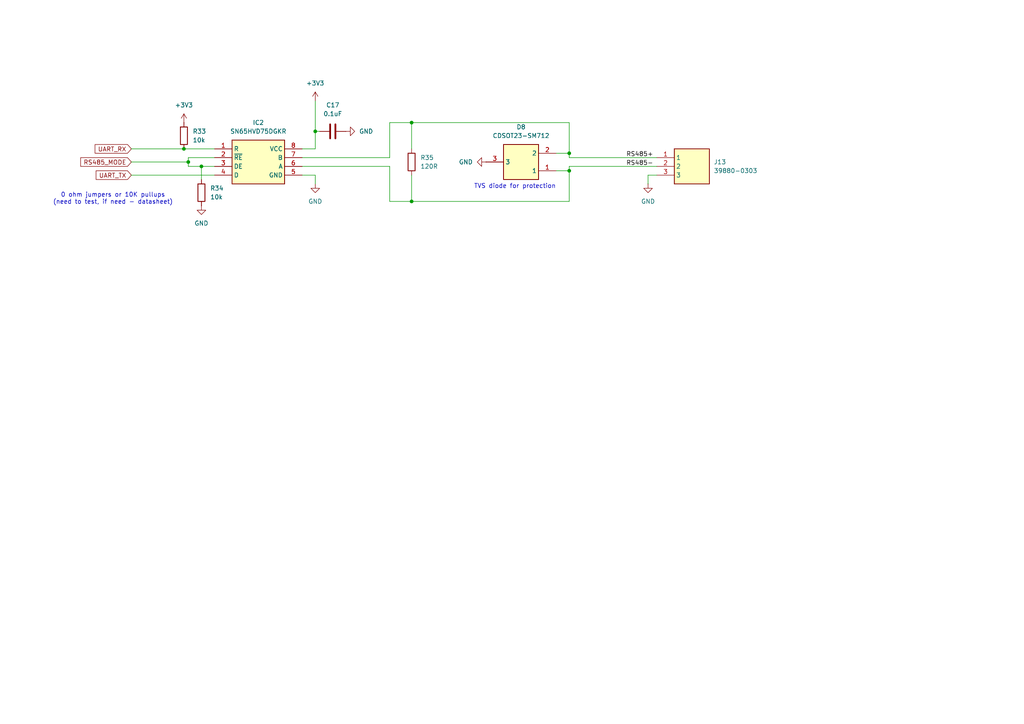
<source format=kicad_sch>
(kicad_sch (version 20250114) (generator "eeschema") (generator_version "9.0")
  (paper "A4")
  (lib_symbols
    (symbol "Device:C" (pin_numbers (hide yes)) (pin_names (offset 0.254))
      (property "Reference" "C" (at 0.635 2.54 0))
      (property "Value" "C" (at 0.635 -2.54 0))
      (symbol "C_0_1"
        (polyline (pts (xy -2.032 0.762) (xy 2.032 0.762)) (stroke (width 0.508)))
        (polyline (pts (xy -2.032 -0.762) (xy 2.032 -0.762)) (stroke (width 0.508)))
      )
      (symbol "C_1_1"
        (pin passive line (at 0 3.81 270) (length 2.794) (name "~") (number "1"))
        (pin passive line (at 0 -3.81 90) (length 2.794) (name "~") (number "2"))
      )
    )
    (symbol "Device:R" (pin_numbers (hide yes)) (pin_names (offset 0))
      (property "Reference" "R" (at 2.032 0 90))
      (property "Value" "R" (at 0 0 90))
      (symbol "R_0_1"
        (rectangle (start -1.016 -2.54) (end 1.016 2.54) (stroke (width 0.254)))
      )
      (symbol "R_1_1"
        (pin passive line (at 0 3.81 270) (length 1.27) (name "~") (number "1"))
        (pin passive line (at 0 -3.81 90) (length 1.27) (name "~") (number "2"))
      )
    )
    (symbol "Samacsys:39880-0303"
      (property "Reference" "J" (at 16.51 7.62 0))
      (property "Value" "39880-0303" (at 16.51 5.08 0))
      (symbol "39880-0303_1_1"
        (rectangle (start 5.08 2.54) (end 15.24 -7.62) (stroke (width 0.254)) (fill (type background)))
        (pin passive line (at 0 0 0) (length 5.08) (name "1") (number "1"))
        (pin passive line (at 0 -2.54 0) (length 5.08) (name "2") (number "2"))
        (pin passive line (at 0 -5.08 0) (length 5.08) (name "3") (number "3"))
      )
    )
    (symbol "Samacsys:CDSOT23-SM712"
      (property "Reference" "D" (at 16.51 7.62 0))
      (property "Value" "CDSOT23-SM712" (at 16.51 5.08 0))
      (symbol "CDSOT23-SM712_1_1"
        (rectangle (start 5.08 2.54) (end 15.24 -7.62) (stroke (width 0.254)) (fill (type background)))
        (pin passive line (at 0 0 0) (length 5.08) (name "1") (number "1"))
        (pin passive line (at 0 -5.08 0) (length 5.08) (name "2") (number "2"))
        (pin passive line (at 20.32 -2.54 180) (length 5.08) (name "3") (number "3"))
      )
    )
    (symbol "Samacsys:SN65HVD75DGKR"
      (property "Reference" "IC" (at 21.59 7.62 0))
      (property "Value" "SN65HVD75DGKR" (at 21.59 5.08 0))
      (symbol "SN65HVD75DGKR_1_1"
        (rectangle (start 5.08 2.54) (end 20.32 -10.16) (stroke (width 0.254)) (fill (type background)))
        (pin output line (at 0 0 0) (length 5.08) (name "R") (number "1"))
        (pin input line (at 0 -2.54 0) (length 5.08) (name "~{RE}") (number "2"))
        (pin input line (at 0 -5.08 0) (length 5.08) (name "DE") (number "3"))
        (pin input line (at 0 -7.62 0) (length 5.08) (name "D") (number "4"))
        (pin power_in line (at 25.4 0 180) (length 5.08) (name "VCC") (number "8"))
        (pin bidirectional line (at 25.4 -2.54 180) (length 5.08) (name "B") (number "7"))
        (pin bidirectional line (at 25.4 -5.08 180) (length 5.08) (name "A") (number "6"))
        (pin power_in line (at 25.4 -7.62 180) (length 5.08) (name "GND") (number "5"))
      )
    )
    (symbol "power:+3V3" (power) (pin_numbers (hide yes)) (pin_names (offset 0) (hide yes))
      (property "Value" "+3V3" (at 0 3.556 0))
      (symbol "+3V3_0_1"
        (polyline (pts (xy -0.762 1.27) (xy 0 2.54)))
        (polyline (pts (xy 0 2.54) (xy 0.762 1.27)))
        (polyline (pts (xy 0 0) (xy 0 2.54)))
      )
      (symbol "+3V3_1_1"
        (pin power_in line (at 0 0 90) (length 0) (name "~") (number "1"))
      )
    )
    (symbol "power:GND" (power) (pin_numbers (hide yes)) (pin_names (offset 0) (hide yes))
      (property "Value" "GND" (at 0 -3.81 0))
      (symbol "GND_0_1"
        (polyline (pts (xy 0 0) (xy 0 -1.27) (xy 1.27 -1.27) (xy 0 -2.54) (xy -1.27 -1.27) (xy 0 -1.27)))
      )
      (symbol "GND_1_1"
        (pin power_in line (at 0 0 270) (length 0) (name "~") (number "1"))
      )
    )
  )
  (text "0 ohm jumpers or 10K pullups\n(need to test, if need - datasheet)" (at 32.766 57.658 0) (effects (font (size 1.27 1.27))))
  (text "TVS diode for protection" (at 149.352 54.102 0) (effects (font (size 1.27 1.27))))
  (junction (at 165.1 44.45))
  (junction (at 58.42 48.26))
  (junction (at 53.34 43.18))
  (junction (at 91.44 38.1))
  (junction (at 119.38 35.56))
  (junction (at 119.38 58.42))
  (junction (at 54.61 46.99))
  (junction (at 165.1 49.53))
  (wire (pts (xy 165.1 45.72) (xy 190.5 45.72)))
  (wire (pts (xy 113.03 58.42) (xy 113.03 48.26)))
  (wire (pts (xy 119.38 50.8) (xy 119.38 58.42)))
  (wire (pts (xy 165.1 48.26) (xy 190.5 48.26)))
  (wire (pts (xy 58.42 48.26) (xy 58.42 52.07)))
  (wire (pts (xy 165.1 49.53) (xy 165.1 58.42)))
  (wire (pts (xy 119.38 35.56) (xy 119.38 43.18)))
  (wire (pts (xy 113.03 35.56) (xy 113.03 45.72)))
  (wire (pts (xy 165.1 44.45) (xy 165.1 45.72)))
  (wire (pts (xy 54.61 46.99) (xy 54.61 45.72)))
  (wire (pts (xy 92.71 38.1) (xy 91.44 38.1)))
  (wire (pts (xy 91.44 38.1) (xy 91.44 43.18)))
  (wire (pts (xy 119.38 35.56) (xy 165.1 35.56)))
  (wire (pts (xy 113.03 48.26) (xy 87.63 48.26)))
  (wire (pts (xy 113.03 45.72) (xy 87.63 45.72)))
  (wire (pts (xy 38.1 46.99) (xy 54.61 46.99)))
  (wire (pts (xy 38.1 50.8) (xy 62.23 50.8)))
  (wire (pts (xy 165.1 48.26) (xy 165.1 49.53)))
  (wire (pts (xy 161.29 44.45) (xy 165.1 44.45)))
  (wire (pts (xy 113.03 58.42) (xy 119.38 58.42)))
  (wire (pts (xy 38.1 43.18) (xy 53.34 43.18)))
  (wire (pts (xy 91.44 53.34) (xy 91.44 50.8)))
  (wire (pts (xy 161.29 49.53) (xy 165.1 49.53)))
  (wire (pts (xy 187.96 53.34) (xy 187.96 50.8)))
  (wire (pts (xy 165.1 35.56) (xy 165.1 44.45)))
  (wire (pts (xy 187.96 50.8) (xy 190.5 50.8)))
  (wire (pts (xy 113.03 35.56) (xy 119.38 35.56)))
  (wire (pts (xy 91.44 29.21) (xy 91.44 38.1)))
  (wire (pts (xy 54.61 45.72) (xy 62.23 45.72)))
  (wire (pts (xy 58.42 48.26) (xy 54.61 48.26)))
  (wire (pts (xy 91.44 50.8) (xy 87.63 50.8)))
  (wire (pts (xy 62.23 48.26) (xy 58.42 48.26)))
  (wire (pts (xy 53.34 43.18) (xy 62.23 43.18)))
  (wire (pts (xy 119.38 58.42) (xy 165.1 58.42)))
  (wire (pts (xy 54.61 48.26) (xy 54.61 46.99)))
  (wire (pts (xy 91.44 43.18) (xy 87.63 43.18)))
  (label "RS485-" (at 181.61 48.26 0))
  (label "RS485+" (at 181.61 45.72 0))
  (global_label "UART_TX" (shape input) (at 38.1 50.8 180) (property "Intersheetrefs" "${INTERSHEET_REFS}" (effects (hide yes))))
  (global_label "RS485_MODE" (shape input) (at 38.1 46.99 180) (property "Intersheetrefs" "${INTERSHEET_REFS}" (effects (hide yes))))
  (global_label "UART_RX" (shape input) (at 38.1 43.18 180) (property "Intersheetrefs" "${INTERSHEET_REFS}" (effects (hide yes))))
  (symbol (lib_id "Device:R") (at 119.38 46.99 0) (unit 1)
    (property "Reference" "R35" (at 121.92 45.7199 0) (effects (justify left)))
    (property "Value" "120R" (at 121.92 48.2599 0) (effects (justify left)))
    (property "Footprint" "Resistor_SMD:R_1206_3216Metric_Pad1.30x1.75mm_HandSolder" (effects (hide yes)))
    (property "Description" "Resistor" (effects (hide yes)))
  )
  (symbol (lib_id "power:+3V3") (at 91.44 29.21 0) (unit 1)
    (property "Reference" "#PWR063" (effects (hide yes)))
    (property "Value" "+3V3" (at 91.44 24.13 0))
    (property "Description" "Power symbol creates a global label with name \"+3V3\"" (effects (hide yes)))
  )
  (symbol (lib_id "Samacsys:CDSOT23-SM712") (at 161.29 49.53 180) (unit 1)
    (property "Reference" "D8" (at 151.13 36.83 0))
    (property "Value" "CDSOT23-SM712" (at 151.13 39.37 0))
    (property "Footprint" "Samacsys:SOT95P230X117-3N" (effects (hide yes)))
    (property "Description" "TVS Diode Dual Bi-Dir 7/12V 30KV SOT23 Bourns CDSOT23-SM712 Dual Bi-Directional TVS Diode, 400W peak, 3-Pin SOT-23" (effects (hide yes)))
    (property "Height" "1.17" (effects (hide yes)))
    (property "Mouser Part Number" "652-CDSOT23-SM712" (effects (hide yes)))
    (property "Mouser Price/Stock" "https://www.mouser.co.uk/ProductDetail/Bourns/CDSOT23-SM712?qs=FuI%252BOVLl4%2FLTY%2FGQ265RLA%3D%3D" (effects (hide yes)))
    (property "Manufacturer_Name" "Bourns" (effects (hide yes)))
    (property "Manufacturer_Part_Number" "CDSOT23-SM712" (effects (hide yes)))
  )
  (symbol (lib_id "Device:R") (at 58.42 55.88 0) (unit 1)
    (property "Reference" "R34" (at 60.96 54.6099 0) (effects (justify left)))
    (property "Value" "10k" (at 60.96 57.1499 0) (effects (justify left)))
    (property "Footprint" "Resistor_SMD:R_1206_3216Metric_Pad1.30x1.75mm_HandSolder" (effects (hide yes)))
    (property "Description" "Resistor" (effects (hide yes)))
  )
  (symbol (lib_id "Device:C") (at 96.52 38.1 90) (unit 1)
    (property "Reference" "C17" (at 96.52 30.48 90))
    (property "Value" "0.1uF" (at 96.52 33.02 90))
    (property "Footprint" "Capacitor_SMD:C_1206_3216Metric_Pad1.33x1.80mm_HandSolder" (effects (hide yes)))
    (property "Description" "Unpolarized capacitor" (effects (hide yes)))
  )
  (symbol (lib_id "power:GND") (at 100.33 38.1 90) (unit 1)
    (property "Reference" "#PWR065" (effects (hide yes)))
    (property "Value" "GND" (at 104.14 38.0999 90) (effects (justify right)))
    (property "Description" "Power symbol creates a global label with name \"GND\" , ground" (effects (hide yes)))
  )
  (symbol (lib_id "Samacsys:39880-0303") (at 190.5 45.72 0) (unit 1)
    (property "Reference" "J13" (at 207.01 46.9899 0) (effects (justify left)))
    (property "Value" "39880-0303" (at 207.01 49.5299 0) (effects (justify left)))
    (property "Footprint" "Samacsys:398800303" (effects (hide yes)))
    (property "Datasheet" "https://www.molex.com/en-us/products/part-detail/398800303" (effects (hide yes)))
    (property "Description" "Fixed Terminal Blocks 3 CKT TERM. BLOCK 5.08mm" (effects (hide yes)))
    (property "Height" "10.3" (effects (hide yes)))
    (property "Mouser Part Number" "538-39880-0303" (effects (hide yes)))
    (property "Mouser Price/Stock" "https://www.mouser.co.uk/ProductDetail/Molex/39880-0303?qs=nJOu%252Bf4e%252BhtlXsDsBQBzPA%3D%3D" (effects (hide yes)))
    (property "Manufacturer_Name" "Molex" (effects (hide yes)))
    (property "Manufacturer_Part_Number" "39880-0303" (effects (hide yes)))
  )
  (symbol (lib_id "power:GND") (at 140.97 46.99 270) (unit 1)
    (property "Reference" "#PWR066" (effects (hide yes)))
    (property "Value" "GND" (at 137.16 46.9899 90) (effects (justify right)))
    (property "Description" "Power symbol creates a global label with name \"GND\" , ground" (effects (hide yes)))
  )
  (symbol (lib_id "power:GND") (at 187.96 53.34 0) (unit 1)
    (property "Reference" "#PWR067" (effects (hide yes)))
    (property "Value" "GND" (at 187.96 58.42 0))
    (property "Description" "Power symbol creates a global label with name \"GND\" , ground" (effects (hide yes)))
  )
  (symbol (lib_id "Samacsys:SN65HVD75DGKR") (at 62.23 43.18 0) (unit 1)
    (property "Reference" "IC2" (at 74.93 35.56 0))
    (property "Value" "SN65HVD75DGKR" (at 74.93 38.1 0))
    (property "Footprint" "Samacsys:SOP65P490X110-8N" (effects (hide yes)))
    (property "Datasheet" "http://www.ti.com/lit/ds/symlink/sn65hvd75.pdf" (effects (hide yes)))
    (property "Description" "3.3-V half-duplex RS-485 transceiver with IEC ESD, 20 Mbps" (effects (hide yes)))
    (property "Height" "1.1" (effects (hide yes)))
    (property "Mouser Part Number" "595-SN65HVD75DGKR" (effects (hide yes)))
    (property "Mouser Price/Stock" "https://www.mouser.co.uk/ProductDetail/Texas-Instruments/SN65HVD75DGKR?qs=E2%2FxqS9xjzrac0D8q%2FrjAA%3D%3D" (effects (hide yes)))
    (property "Manufacturer_Name" "Texas Instruments" (effects (hide yes)))
    (property "Manufacturer_Part_Number" "SN65HVD75DGKR" (effects (hide yes)))
  )
  (symbol (lib_id "power:+3V3") (at 53.34 35.56 0) (unit 1)
    (property "Reference" "#PWR061" (effects (hide yes)))
    (property "Value" "+3V3" (at 53.34 30.48 0))
    (property "Description" "Power symbol creates a global label with name \"+3V3\"" (effects (hide yes)))
  )
  (symbol (lib_id "power:GND") (at 58.42 59.69 0) (unit 1)
    (property "Reference" "#PWR062" (effects (hide yes)))
    (property "Value" "GND" (at 58.42 64.77 0))
    (property "Description" "Power symbol creates a global label with name \"GND\" , ground" (effects (hide yes)))
  )
  (symbol (lib_id "Device:R") (at 53.34 39.37 0) (unit 1)
    (property "Reference" "R33" (at 55.88 38.0999 0) (effects (justify left)))
    (property "Value" "10k" (at 55.88 40.6399 0) (effects (justify left)))
    (property "Footprint" "Resistor_SMD:R_1206_3216Metric_Pad1.30x1.75mm_HandSolder" (effects (hide yes)))
    (property "Description" "Resistor" (effects (hide yes)))
  )
  (symbol (lib_id "power:GND") (at 91.44 53.34 0) (unit 1)
    (property "Reference" "#PWR064" (effects (hide yes)))
    (property "Value" "GND" (at 91.44 58.42 0))
    (property "Description" "Power symbol creates a global label with name \"GND\" , ground" (effects (hide yes)))
  )
)
</source>
